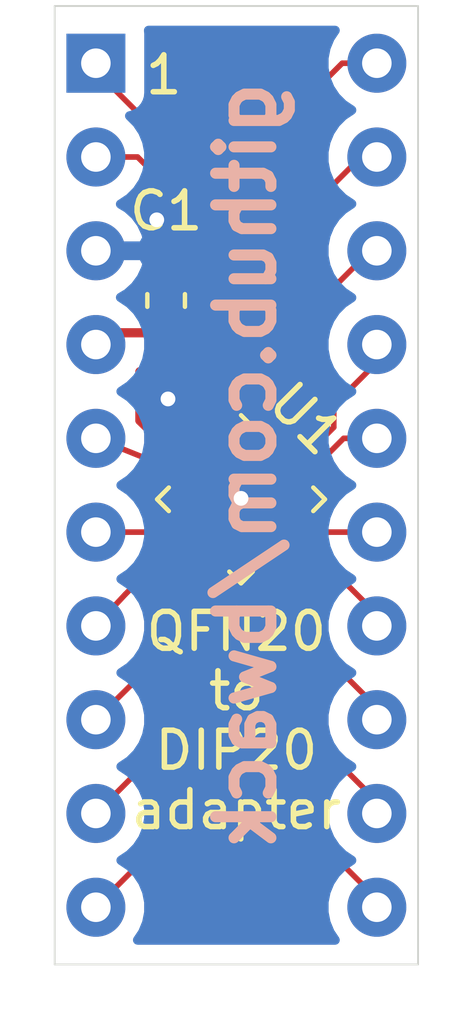
<source format=kicad_pcb>
(kicad_pcb (version 20171130) (host pcbnew 5.1.5+dfsg1-2build2)

  (general
    (thickness 1.6)
    (drawings 7)
    (tracks 80)
    (zones 0)
    (modules 3)
    (nets 21)
  )

  (page A4)
  (layers
    (0 F.Cu signal)
    (31 B.Cu signal)
    (32 B.Adhes user)
    (33 F.Adhes user)
    (34 B.Paste user)
    (35 F.Paste user)
    (36 B.SilkS user)
    (37 F.SilkS user)
    (38 B.Mask user)
    (39 F.Mask user)
    (40 Dwgs.User user)
    (41 Cmts.User user)
    (42 Eco1.User user)
    (43 Eco2.User user)
    (44 Edge.Cuts user)
    (45 Margin user)
    (46 B.CrtYd user)
    (47 F.CrtYd user)
    (48 B.Fab user)
    (49 F.Fab user)
  )

  (setup
    (last_trace_width 0.25)
    (user_trace_width 0.1524)
    (user_trace_width 0.5588)
    (trace_clearance 0.2)
    (zone_clearance 0.25)
    (zone_45_only no)
    (trace_min 0.1524)
    (via_size 0.8)
    (via_drill 0.4)
    (via_min_size 0.4)
    (via_min_drill 0.3)
    (user_via 1.5 1)
    (uvia_size 0.3)
    (uvia_drill 0.1)
    (uvias_allowed no)
    (uvia_min_size 0.2)
    (uvia_min_drill 0.1)
    (edge_width 0.05)
    (segment_width 0.2)
    (pcb_text_width 0.3)
    (pcb_text_size 1.5 1.5)
    (mod_edge_width 0.12)
    (mod_text_size 1 1)
    (mod_text_width 0.15)
    (pad_size 1.524 1.524)
    (pad_drill 0.762)
    (pad_to_mask_clearance 0.051)
    (solder_mask_min_width 0.25)
    (aux_axis_origin 0 0)
    (visible_elements FFFFFF7F)
    (pcbplotparams
      (layerselection 0x010fc_ffffffff)
      (usegerberextensions false)
      (usegerberattributes false)
      (usegerberadvancedattributes false)
      (creategerberjobfile false)
      (excludeedgelayer true)
      (linewidth 0.100000)
      (plotframeref false)
      (viasonmask false)
      (mode 1)
      (useauxorigin false)
      (hpglpennumber 1)
      (hpglpenspeed 20)
      (hpglpendiameter 15.000000)
      (psnegative false)
      (psa4output false)
      (plotreference true)
      (plotvalue true)
      (plotinvisibletext false)
      (padsonsilk false)
      (subtractmaskfromsilk false)
      (outputformat 1)
      (mirror false)
      (drillshape 0)
      (scaleselection 1)
      (outputdirectory "gerber"))
  )

  (net 0 "")
  (net 1 +5V)
  (net 2 GND)
  (net 3 /PA2)
  (net 4 /PA3)
  (net 5 /PA4)
  (net 6 /PA5)
  (net 7 /PA6)
  (net 8 /PA7)
  (net 9 /PB5)
  (net 10 /PB4)
  (net 11 /PB3)
  (net 12 /PB2)
  (net 13 /PB1)
  (net 14 /PB0)
  (net 15 /PC0)
  (net 16 /PC1)
  (net 17 /PC2)
  (net 18 /PC3)
  (net 19 /PA0)
  (net 20 /PA1)

  (net_class Default "This is the default net class."
    (clearance 0.2)
    (trace_width 0.25)
    (via_dia 0.8)
    (via_drill 0.4)
    (uvia_dia 0.3)
    (uvia_drill 0.1)
    (add_net +5V)
    (add_net /PA0)
    (add_net /PA1)
    (add_net /PA2)
    (add_net /PA3)
    (add_net /PA4)
    (add_net /PA5)
    (add_net /PA6)
    (add_net /PA7)
    (add_net /PB0)
    (add_net /PB1)
    (add_net /PB2)
    (add_net /PB3)
    (add_net /PB4)
    (add_net /PB5)
    (add_net /PC0)
    (add_net /PC1)
    (add_net /PC2)
    (add_net /PC3)
    (add_net GND)
  )

  (module Package_DIP:DIP-20_W7.62mm (layer F.Cu) (tedit 5F9FEDE8) (tstamp 5F9FF141)
    (at 124.968 73.279)
    (descr "20-lead though-hole mounted DIP package, row spacing 7.62 mm (300 mils)")
    (tags "THT DIP DIL PDIP 2.54mm 7.62mm 300mil")
    (path /5FA126C4)
    (fp_text reference U2 (at 3.81 -2.33) (layer F.SilkS) hide
      (effects (font (size 1 1) (thickness 0.15)))
    )
    (fp_text value pdip-pinheaders (at 3.81 25.19) (layer F.Fab)
      (effects (font (size 1 1) (thickness 0.15)))
    )
    (fp_text user %R (at 3.81 11.43) (layer F.Fab)
      (effects (font (size 1 1) (thickness 0.15)))
    )
    (fp_line (start 8.7 -1.55) (end -1.1 -1.55) (layer F.CrtYd) (width 0.05))
    (fp_line (start 8.7 24.4) (end 8.7 -1.55) (layer F.CrtYd) (width 0.05))
    (fp_line (start -1.1 24.4) (end 8.7 24.4) (layer F.CrtYd) (width 0.05))
    (fp_line (start -1.1 -1.55) (end -1.1 24.4) (layer F.CrtYd) (width 0.05))
    (fp_line (start 0.635 -0.27) (end 1.635 -1.27) (layer F.Fab) (width 0.1))
    (fp_line (start 0.635 24.13) (end 0.635 -0.27) (layer F.Fab) (width 0.1))
    (fp_line (start 6.985 24.13) (end 0.635 24.13) (layer F.Fab) (width 0.1))
    (fp_line (start 6.985 -1.27) (end 6.985 24.13) (layer F.Fab) (width 0.1))
    (fp_line (start 1.635 -1.27) (end 6.985 -1.27) (layer F.Fab) (width 0.1))
    (pad 20 thru_hole oval (at 7.62 0) (size 1.6 1.6) (drill 0.8) (layers *.Cu *.Mask)
      (net 20 /PA1))
    (pad 10 thru_hole oval (at 0 22.86) (size 1.6 1.6) (drill 0.8) (layers *.Cu *.Mask)
      (net 10 /PB4))
    (pad 19 thru_hole oval (at 7.62 2.54) (size 1.6 1.6) (drill 0.8) (layers *.Cu *.Mask)
      (net 19 /PA0))
    (pad 9 thru_hole oval (at 0 20.32) (size 1.6 1.6) (drill 0.8) (layers *.Cu *.Mask)
      (net 9 /PB5))
    (pad 18 thru_hole oval (at 7.62 5.08) (size 1.6 1.6) (drill 0.8) (layers *.Cu *.Mask)
      (net 18 /PC3))
    (pad 8 thru_hole oval (at 0 17.78) (size 1.6 1.6) (drill 0.8) (layers *.Cu *.Mask)
      (net 8 /PA7))
    (pad 17 thru_hole oval (at 7.62 7.62) (size 1.6 1.6) (drill 0.8) (layers *.Cu *.Mask)
      (net 17 /PC2))
    (pad 7 thru_hole oval (at 0 15.24) (size 1.6 1.6) (drill 0.8) (layers *.Cu *.Mask)
      (net 7 /PA6))
    (pad 16 thru_hole oval (at 7.62 10.16) (size 1.6 1.6) (drill 0.8) (layers *.Cu *.Mask)
      (net 16 /PC1))
    (pad 6 thru_hole oval (at 0 12.7) (size 1.6 1.6) (drill 0.8) (layers *.Cu *.Mask)
      (net 6 /PA5))
    (pad 15 thru_hole oval (at 7.62 12.7) (size 1.6 1.6) (drill 0.8) (layers *.Cu *.Mask)
      (net 15 /PC0))
    (pad 5 thru_hole oval (at 0 10.16) (size 1.6 1.6) (drill 0.8) (layers *.Cu *.Mask)
      (net 5 /PA4))
    (pad 14 thru_hole oval (at 7.62 15.24) (size 1.6 1.6) (drill 0.8) (layers *.Cu *.Mask)
      (net 14 /PB0))
    (pad 4 thru_hole oval (at 0 7.62) (size 1.6 1.6) (drill 0.8) (layers *.Cu *.Mask)
      (net 1 +5V))
    (pad 13 thru_hole oval (at 7.62 17.78) (size 1.6 1.6) (drill 0.8) (layers *.Cu *.Mask)
      (net 13 /PB1))
    (pad 3 thru_hole oval (at 0 5.08) (size 1.6 1.6) (drill 0.8) (layers *.Cu *.Mask)
      (net 2 GND))
    (pad 12 thru_hole oval (at 7.62 20.32) (size 1.6 1.6) (drill 0.8) (layers *.Cu *.Mask)
      (net 12 /PB2))
    (pad 2 thru_hole oval (at 0 2.54) (size 1.6 1.6) (drill 0.8) (layers *.Cu *.Mask)
      (net 4 /PA3))
    (pad 11 thru_hole oval (at 7.62 22.86) (size 1.6 1.6) (drill 0.8) (layers *.Cu *.Mask)
      (net 11 /PB3))
    (pad 1 thru_hole rect (at 0 0) (size 1.6 1.6) (drill 0.8) (layers *.Cu *.Mask)
      (net 3 /PA2))
  )

  (module Capacitor_SMD:C_0603_1608Metric_Pad1.05x0.95mm_HandSolder (layer F.Cu) (tedit 5B301BBE) (tstamp 5F90F268)
    (at 126.873 79.7052 90)
    (descr "Capacitor SMD 0603 (1608 Metric), square (rectangular) end terminal, IPC_7351 nominal with elongated pad for handsoldering. (Body size source: http://www.tortai-tech.com/upload/download/2011102023233369053.pdf), generated with kicad-footprint-generator")
    (tags "capacitor handsolder")
    (path /5F91FDD0)
    (attr smd)
    (fp_text reference C1 (at 2.424669 0) (layer F.SilkS)
      (effects (font (size 1 1) (thickness 0.15)))
    )
    (fp_text value 100nF (at 0 1.43 90) (layer F.Fab)
      (effects (font (size 1 1) (thickness 0.15)))
    )
    (fp_text user %R (at 0 0 90) (layer F.Fab)
      (effects (font (size 0.4 0.4) (thickness 0.06)))
    )
    (fp_line (start 1.65 0.73) (end -1.65 0.73) (layer F.CrtYd) (width 0.05))
    (fp_line (start 1.65 -0.73) (end 1.65 0.73) (layer F.CrtYd) (width 0.05))
    (fp_line (start -1.65 -0.73) (end 1.65 -0.73) (layer F.CrtYd) (width 0.05))
    (fp_line (start -1.65 0.73) (end -1.65 -0.73) (layer F.CrtYd) (width 0.05))
    (fp_line (start -0.171267 0.51) (end 0.171267 0.51) (layer F.SilkS) (width 0.12))
    (fp_line (start -0.171267 -0.51) (end 0.171267 -0.51) (layer F.SilkS) (width 0.12))
    (fp_line (start 0.8 0.4) (end -0.8 0.4) (layer F.Fab) (width 0.1))
    (fp_line (start 0.8 -0.4) (end 0.8 0.4) (layer F.Fab) (width 0.1))
    (fp_line (start -0.8 -0.4) (end 0.8 -0.4) (layer F.Fab) (width 0.1))
    (fp_line (start -0.8 0.4) (end -0.8 -0.4) (layer F.Fab) (width 0.1))
    (pad 2 smd roundrect (at 0.875 0 90) (size 1.05 0.95) (layers F.Cu F.Paste F.Mask) (roundrect_rratio 0.25)
      (net 2 GND))
    (pad 1 smd roundrect (at -0.875 0 90) (size 1.05 0.95) (layers F.Cu F.Paste F.Mask) (roundrect_rratio 0.25)
      (net 1 +5V))
    (model ${KISYS3DMOD}/Capacitor_SMD.3dshapes/C_0603_1608Metric.wrl
      (at (xyz 0 0 0))
      (scale (xyz 1 1 1))
      (rotate (xyz 0 0 0))
    )
  )

  (module Package_DFN_QFN:VQFN-20-1EP_3x3mm_P0.4mm_EP1.7x1.7mm (layer F.Cu) (tedit 5C1BF39E) (tstamp 5F90EB76)
    (at 128.905 85.09 315)
    (descr "VQFN, 20 Pin (http://ww1.microchip.com/downloads/en/DeviceDoc/20%20Lead%20VQFN%203x3x0_9mm_1_7EP%20U2B%20C04-21496a.pdf), generated with kicad-footprint-generator ipc_dfn_qfn_generator.py")
    (tags "VQFN DFN_QFN")
    (path /5F91D1E8)
    (attr smd)
    (fp_text reference U1 (at -0.305329 -2.783879 135) (layer F.SilkS)
      (effects (font (size 1 1) (thickness 0.15)))
    )
    (fp_text value ATtiny1606-M (at 0 2.8 135) (layer F.Fab)
      (effects (font (size 1 1) (thickness 0.15)))
    )
    (fp_line (start 1.16 -1.61) (end 1.61 -1.61) (layer F.SilkS) (width 0.12))
    (fp_line (start 1.61 -1.61) (end 1.61 -1.16) (layer F.SilkS) (width 0.12))
    (fp_line (start -1.16 1.61) (end -1.61 1.61) (layer F.SilkS) (width 0.12))
    (fp_line (start -1.61 1.61) (end -1.61 1.16) (layer F.SilkS) (width 0.12))
    (fp_line (start 1.16 1.61) (end 1.61 1.61) (layer F.SilkS) (width 0.12))
    (fp_line (start 1.61 1.61) (end 1.61 1.16) (layer F.SilkS) (width 0.12))
    (fp_line (start -1.16 -1.61) (end -1.61 -1.61) (layer F.SilkS) (width 0.12))
    (fp_line (start -0.75 -1.5) (end 1.5 -1.5) (layer F.Fab) (width 0.1))
    (fp_line (start 1.5 -1.5) (end 1.5 1.5) (layer F.Fab) (width 0.1))
    (fp_line (start 1.5 1.5) (end -1.5 1.5) (layer F.Fab) (width 0.1))
    (fp_line (start -1.5 1.5) (end -1.5 -0.75) (layer F.Fab) (width 0.1))
    (fp_line (start -1.5 -0.75) (end -0.75 -1.5) (layer F.Fab) (width 0.1))
    (fp_line (start -2.1 -2.1) (end -2.1 2.1) (layer F.CrtYd) (width 0.05))
    (fp_line (start -2.1 2.1) (end 2.1 2.1) (layer F.CrtYd) (width 0.05))
    (fp_line (start 2.1 2.1) (end 2.1 -2.1) (layer F.CrtYd) (width 0.05))
    (fp_line (start 2.1 -2.1) (end -2.1 -2.1) (layer F.CrtYd) (width 0.05))
    (fp_text user %R (at 0 0 135) (layer F.Fab)
      (effects (font (size 0.75 0.75) (thickness 0.11)))
    )
    (pad 21 smd roundrect (at 0 0 315) (size 1.7 1.7) (layers F.Cu F.Mask) (roundrect_rratio 0.147059)
      (net 2 GND))
    (pad "" smd roundrect (at -0.425 -0.425 315) (size 0.69 0.69) (layers F.Paste) (roundrect_rratio 0.25))
    (pad "" smd roundrect (at -0.425 0.425 315) (size 0.69 0.69) (layers F.Paste) (roundrect_rratio 0.25))
    (pad "" smd roundrect (at 0.425 -0.425 315) (size 0.69 0.69) (layers F.Paste) (roundrect_rratio 0.25))
    (pad "" smd roundrect (at 0.425 0.425 315) (size 0.69 0.69) (layers F.Paste) (roundrect_rratio 0.25))
    (pad 1 smd custom (at -1.45 -0.8 315) (size 0.143431 0.143431) (layers F.Cu F.Paste F.Mask)
      (net 3 /PA2)
      (options (clearance outline) (anchor circle))
      (primitives
        (gr_poly (pts
           (xy -0.35 -0.05) (xy 0.299289 -0.05) (xy 0.35 0.000711) (xy 0.35 0.05) (xy -0.35 0.05)
) (width 0.1))
      ))
    (pad 2 smd roundrect (at -1.45 -0.4 315) (size 0.8 0.2) (layers F.Cu F.Paste F.Mask) (roundrect_rratio 0.25)
      (net 4 /PA3))
    (pad 3 smd roundrect (at -1.45 0 315) (size 0.8 0.2) (layers F.Cu F.Paste F.Mask) (roundrect_rratio 0.25)
      (net 2 GND))
    (pad 4 smd roundrect (at -1.45 0.4 315) (size 0.8 0.2) (layers F.Cu F.Paste F.Mask) (roundrect_rratio 0.25)
      (net 1 +5V))
    (pad 5 smd custom (at -1.45 0.8 315) (size 0.143431 0.143431) (layers F.Cu F.Paste F.Mask)
      (net 5 /PA4)
      (options (clearance outline) (anchor circle))
      (primitives
        (gr_poly (pts
           (xy -0.35 -0.05) (xy 0.35 -0.05) (xy 0.35 -0.000711) (xy 0.299289 0.05) (xy -0.35 0.05)
) (width 0.1))
      ))
    (pad 6 smd custom (at -0.8 1.45 315) (size 0.143431 0.143431) (layers F.Cu F.Paste F.Mask)
      (net 6 /PA5)
      (options (clearance outline) (anchor circle))
      (primitives
        (gr_poly (pts
           (xy -0.05 -0.299289) (xy 0.000711 -0.35) (xy 0.05 -0.35) (xy 0.05 0.35) (xy -0.05 0.35)
) (width 0.1))
      ))
    (pad 7 smd roundrect (at -0.4 1.45 315) (size 0.2 0.8) (layers F.Cu F.Paste F.Mask) (roundrect_rratio 0.25)
      (net 7 /PA6))
    (pad 8 smd roundrect (at 0 1.45 315) (size 0.2 0.8) (layers F.Cu F.Paste F.Mask) (roundrect_rratio 0.25)
      (net 8 /PA7))
    (pad 9 smd roundrect (at 0.4 1.45 315) (size 0.2 0.8) (layers F.Cu F.Paste F.Mask) (roundrect_rratio 0.25)
      (net 9 /PB5))
    (pad 10 smd custom (at 0.8 1.45 315) (size 0.143431 0.143431) (layers F.Cu F.Paste F.Mask)
      (net 10 /PB4)
      (options (clearance outline) (anchor circle))
      (primitives
        (gr_poly (pts
           (xy -0.05 -0.35) (xy -0.000711 -0.35) (xy 0.05 -0.299289) (xy 0.05 0.35) (xy -0.05 0.35)
) (width 0.1))
      ))
    (pad 11 smd custom (at 1.45 0.8 315) (size 0.143431 0.143431) (layers F.Cu F.Paste F.Mask)
      (net 11 /PB3)
      (options (clearance outline) (anchor circle))
      (primitives
        (gr_poly (pts
           (xy -0.35 -0.05) (xy 0.35 -0.05) (xy 0.35 0.05) (xy -0.299289 0.05) (xy -0.35 -0.000711)
) (width 0.1))
      ))
    (pad 12 smd roundrect (at 1.45 0.4 315) (size 0.8 0.2) (layers F.Cu F.Paste F.Mask) (roundrect_rratio 0.25)
      (net 12 /PB2))
    (pad 13 smd roundrect (at 1.45 0 315) (size 0.8 0.2) (layers F.Cu F.Paste F.Mask) (roundrect_rratio 0.25)
      (net 13 /PB1))
    (pad 14 smd roundrect (at 1.45 -0.4 315) (size 0.8 0.2) (layers F.Cu F.Paste F.Mask) (roundrect_rratio 0.25)
      (net 14 /PB0))
    (pad 15 smd custom (at 1.45 -0.8 315) (size 0.143431 0.143431) (layers F.Cu F.Paste F.Mask)
      (net 15 /PC0)
      (options (clearance outline) (anchor circle))
      (primitives
        (gr_poly (pts
           (xy -0.35 0.000711) (xy -0.299289 -0.05) (xy 0.35 -0.05) (xy 0.35 0.05) (xy -0.35 0.05)
) (width 0.1))
      ))
    (pad 16 smd custom (at 0.8 -1.45 315) (size 0.143431 0.143431) (layers F.Cu F.Paste F.Mask)
      (net 16 /PC1)
      (options (clearance outline) (anchor circle))
      (primitives
        (gr_poly (pts
           (xy -0.05 -0.35) (xy 0.05 -0.35) (xy 0.05 0.299289) (xy -0.000711 0.35) (xy -0.05 0.35)
) (width 0.1))
      ))
    (pad 17 smd roundrect (at 0.4 -1.45 315) (size 0.2 0.8) (layers F.Cu F.Paste F.Mask) (roundrect_rratio 0.25)
      (net 17 /PC2))
    (pad 18 smd roundrect (at 0 -1.45 315) (size 0.2 0.8) (layers F.Cu F.Paste F.Mask) (roundrect_rratio 0.25)
      (net 18 /PC3))
    (pad 19 smd roundrect (at -0.4 -1.45 315) (size 0.2 0.8) (layers F.Cu F.Paste F.Mask) (roundrect_rratio 0.25)
      (net 19 /PA0))
    (pad 20 smd custom (at -0.8 -1.45 315) (size 0.143431 0.143431) (layers F.Cu F.Paste F.Mask)
      (net 20 /PA1)
      (options (clearance outline) (anchor circle))
      (primitives
        (gr_poly (pts
           (xy -0.05 -0.35) (xy 0.05 -0.35) (xy 0.05 0.35) (xy 0.000711 0.35) (xy -0.05 0.299289)
) (width 0.1))
      ))
    (model ${KISYS3DMOD}/Package_DFN_QFN.3dshapes/VQFN-20-1EP_3x3mm_P0.4mm_EP1.7x1.7mm.wrl
      (at (xyz 0 0 0))
      (scale (xyz 1 1 1))
      (rotate (xyz 0 0 0))
    )
  )

  (gr_text github.com/bwack (at 129.036214 94.742 90) (layer B.SilkS)
    (effects (font (size 1.5 1.5) (thickness 0.3)) (justify right mirror))
  )
  (gr_text 1 (at 126.8095 73.5965) (layer F.SilkS)
    (effects (font (size 1 1) (thickness 0.15)))
  )
  (gr_text "QFN20\nto\nDIP20\nadapter" (at 128.778 91.0844) (layer F.SilkS)
    (effects (font (size 1 1) (thickness 0.15)))
  )
  (gr_line (start 123.8504 97.6884) (end 123.8504 71.7296) (layer Edge.Cuts) (width 0.05) (tstamp 5F90F63E))
  (gr_line (start 133.7056 97.6884) (end 123.8504 97.6884) (layer Edge.Cuts) (width 0.05))
  (gr_line (start 133.7056 71.7296) (end 133.7056 97.6884) (layer Edge.Cuts) (width 0.05))
  (gr_line (start 123.8504 71.7296) (end 133.7056 71.7296) (layer Edge.Cuts) (width 0.05))

  (segment (start 125.2868 80.5802) (end 124.968 80.899) (width 0.25) (layer F.Cu) (net 1))
  (segment (start 126.873 80.5802) (end 125.2868 80.5802) (width 0.25) (layer F.Cu) (net 1))
  (segment (start 127.0508 83.82) (end 127.596852 84.347538) (width 0.1524) (layer F.Cu) (net 1))
  (segment (start 126.1618 82.9564) (end 127.0508 83.82) (width 0.25) (layer F.Cu) (net 1))
  (segment (start 126.1618 81.6356) (end 126.1618 82.9564) (width 0.25) (layer F.Cu) (net 1))
  (segment (start 126.873 81.28) (end 126.1618 81.6356) (width 0.25) (layer F.Cu) (net 1))
  (segment (start 126.873 80.5802) (end 126.873 81.28) (width 0.25) (layer F.Cu) (net 1))
  (via (at 128.905 85.0646) (size 0.8) (drill 0.4) (layers F.Cu B.Cu) (net 2))
  (via (at 126.619 77.5208) (size 0.8) (drill 0.4) (layers F.Cu B.Cu) (net 2))
  (segment (start 126.873 78.8302) (end 126.873 77.7748) (width 0.25) (layer F.Cu) (net 2))
  (segment (start 126.873 77.7748) (end 126.619 77.5208) (width 0.25) (layer F.Cu) (net 2))
  (segment (start 127.304799 83.489799) (end 127.879695 84.064695) (width 0.1524) (layer F.Cu) (net 2))
  (segment (start 127.304799 83.184999) (end 127.304799 83.489799) (width 0.1524) (layer F.Cu) (net 2))
  (segment (start 126.9238 82.3722) (end 127.304799 83.184999) (width 0.1524) (layer F.Cu) (net 2))
  (via (at 126.9238 82.3722) (size 0.8) (drill 0.4) (layers F.Cu B.Cu) (net 2))
  (segment (start 124.968 73.279) (end 124.968 73.4822) (width 0.1524) (layer F.Cu) (net 3))
  (segment (start 124.968 73.4822) (end 128.6002 77.1144) (width 0.1524) (layer F.Cu) (net 3))
  (segment (start 128.6002 77.1144) (end 128.6002 81.6864) (width 0.1524) (layer F.Cu) (net 3))
  (segment (start 128.6002 81.6864) (end 128.00962 82.27698) (width 0.1524) (layer F.Cu) (net 3))
  (segment (start 128.00962 83.063249) (end 128.445381 83.49901) (width 0.1524) (layer F.Cu) (net 3))
  (segment (start 128.00962 82.27698) (end 128.00962 83.063249) (width 0.1524) (layer F.Cu) (net 3))
  (segment (start 128.162538 83.748211) (end 128.162538 83.781852) (width 0.1524) (layer F.Cu) (net 4))
  (segment (start 127.7366 83.3628) (end 128.162538 83.748211) (width 0.1524) (layer F.Cu) (net 4))
  (segment (start 127.6604 83.2612) (end 127.7366 83.3628) (width 0.1524) (layer F.Cu) (net 4))
  (segment (start 128.1684 81.53081) (end 127.65721 82.042) (width 0.1524) (layer F.Cu) (net 4))
  (segment (start 127.65721 83.209222) (end 127.6604 83.2612) (width 0.1524) (layer F.Cu) (net 4))
  (segment (start 127.65721 82.042) (end 127.65721 83.209222) (width 0.1524) (layer F.Cu) (net 4))
  (segment (start 126.09937 75.819) (end 128.1684 77.88803) (width 0.1524) (layer F.Cu) (net 4))
  (segment (start 128.1684 77.88803) (end 128.1684 81.53081) (width 0.1524) (layer F.Cu) (net 4))
  (segment (start 124.968 75.819) (end 126.09937 75.819) (width 0.1524) (layer F.Cu) (net 4))
  (segment (start 126.873 84.201) (end 127.31401 84.630381) (width 0.1524) (layer F.Cu) (net 5))
  (segment (start 124.968 83.439) (end 126.873 84.201) (width 0.1524) (layer F.Cu) (net 5))
  (segment (start 126.884629 85.979) (end 127.31401 85.549619) (width 0.1524) (layer F.Cu) (net 6))
  (segment (start 124.968 85.979) (end 126.884629 85.979) (width 0.1524) (layer F.Cu) (net 6))
  (segment (start 125.767999 87.661315) (end 127.596852 85.832462) (width 0.1524) (layer F.Cu) (net 7))
  (segment (start 124.968 88.519) (end 125.767999 87.661315) (width 0.1524) (layer F.Cu) (net 7))
  (segment (start 127.1016 86.9188) (end 127.879695 86.115305) (width 0.1524) (layer F.Cu) (net 8))
  (segment (start 126.6444 87.376) (end 127.1016 86.9188) (width 0.1524) (layer F.Cu) (net 8))
  (segment (start 126.619 89.4334) (end 126.6444 87.376) (width 0.1524) (layer F.Cu) (net 8))
  (segment (start 124.968 91.059) (end 126.619 89.4334) (width 0.1524) (layer F.Cu) (net 8))
  (segment (start 128.162538 86.398148) (end 127.2032 87.357486) (width 0.1524) (layer F.Cu) (net 9))
  (segment (start 127.2032 91.3638) (end 124.968 93.599) (width 0.1524) (layer F.Cu) (net 9))
  (segment (start 127.2032 87.357486) (end 127.2032 91.3638) (width 0.1524) (layer F.Cu) (net 9))
  (segment (start 127.8128 87.313571) (end 128.445381 86.68099) (width 0.1524) (layer F.Cu) (net 10))
  (segment (start 127.8128 93.2942) (end 127.8128 87.313571) (width 0.1524) (layer F.Cu) (net 10))
  (segment (start 124.968 96.139) (end 127.8128 93.2942) (width 0.1524) (layer F.Cu) (net 10))
  (segment (start 132.588 96.139) (end 132.588 95.9104) (width 0.1524) (layer F.Cu) (net 11))
  (segment (start 132.588 95.9104) (end 129.9972 93.3196) (width 0.1524) (layer F.Cu) (net 11))
  (segment (start 129.9972 87.313571) (end 129.364619 86.68099) (width 0.1524) (layer F.Cu) (net 11))
  (segment (start 129.9972 93.3196) (end 129.9972 87.313571) (width 0.1524) (layer F.Cu) (net 11))
  (segment (start 132.588 93.599) (end 132.588 93.2688) (width 0.1524) (layer F.Cu) (net 12))
  (segment (start 132.588 93.2688) (end 130.556 91.2368) (width 0.1524) (layer F.Cu) (net 12))
  (segment (start 130.556 87.306686) (end 129.647462 86.398148) (width 0.1524) (layer F.Cu) (net 12))
  (segment (start 130.556 91.2368) (end 130.556 87.306686) (width 0.1524) (layer F.Cu) (net 12))
  (segment (start 132.588 91.059) (end 132.588 90.7288) (width 0.1524) (layer F.Cu) (net 13))
  (segment (start 132.588 90.7288) (end 131.064 89.2048) (width 0.1524) (layer F.Cu) (net 13))
  (segment (start 131.064 87.249) (end 129.930305 86.115305) (width 0.1524) (layer F.Cu) (net 13))
  (segment (start 131.064 89.2048) (end 131.064 87.249) (width 0.1524) (layer F.Cu) (net 13))
  (segment (start 132.588 88.207314) (end 130.213148 85.832462) (width 0.1524) (layer F.Cu) (net 14))
  (segment (start 132.588 88.519) (end 132.588 88.207314) (width 0.1524) (layer F.Cu) (net 14))
  (segment (start 130.925371 85.979) (end 130.49599 85.549619) (width 0.1524) (layer F.Cu) (net 15))
  (segment (start 132.588 85.979) (end 130.925371 85.979) (width 0.1524) (layer F.Cu) (net 15))
  (segment (start 131.687371 83.439) (end 130.49599 84.630381) (width 0.1524) (layer F.Cu) (net 16))
  (segment (start 132.588 83.439) (end 131.687371 83.439) (width 0.1524) (layer F.Cu) (net 16))
  (segment (start 132.588 80.899) (end 132.588 81.3816) (width 0.1524) (layer F.Cu) (net 17))
  (segment (start 132.588 81.3816) (end 131.4196 82.55) (width 0.1524) (layer F.Cu) (net 17))
  (segment (start 131.4196 83.141086) (end 130.213148 84.347538) (width 0.1524) (layer F.Cu) (net 17))
  (segment (start 131.4196 82.55) (end 131.4196 83.141086) (width 0.1524) (layer F.Cu) (net 17))
  (segment (start 132.588 78.359) (end 132.4102 78.359) (width 0.1524) (layer F.Cu) (net 18))
  (segment (start 132.4102 78.359) (end 131.064 79.7052) (width 0.1524) (layer F.Cu) (net 18))
  (segment (start 131.064 82.931) (end 129.930305 84.064695) (width 0.1524) (layer F.Cu) (net 18))
  (segment (start 131.064 79.7052) (end 131.064 82.931) (width 0.1524) (layer F.Cu) (net 18))
  (segment (start 132.588 75.819) (end 132.1562 75.819) (width 0.1524) (layer F.Cu) (net 19))
  (segment (start 132.1562 75.819) (end 130.7084 77.2668) (width 0.1524) (layer F.Cu) (net 19))
  (segment (start 130.7084 82.720914) (end 129.647462 83.781852) (width 0.1524) (layer F.Cu) (net 19))
  (segment (start 130.7084 77.2668) (end 130.7084 82.720914) (width 0.1524) (layer F.Cu) (net 19))
  (segment (start 132.588 73.279) (end 131.6482 73.279) (width 0.1524) (layer F.Cu) (net 20))
  (segment (start 131.6482 73.279) (end 130.2512 74.676) (width 0.1524) (layer F.Cu) (net 20))
  (segment (start 130.2512 82.612429) (end 129.364619 83.49901) (width 0.1524) (layer F.Cu) (net 20))
  (segment (start 130.2512 74.676) (end 130.2512 82.612429) (width 0.1524) (layer F.Cu) (net 20))

  (zone (net 2) (net_name GND) (layer B.Cu) (tstamp 5F916676) (hatch edge 0.508)
    (connect_pads (clearance 0.508))
    (min_thickness 0.254)
    (fill yes (arc_segments 32) (thermal_gap 0.508) (thermal_bridge_width 0.508))
    (polygon
      (pts
        (xy 134.110621 97.800369) (xy 123.704332 97.824635) (xy 123.590069 71.644165) (xy 133.858 71.566831)
      )
    )
    (filled_polygon
      (pts
        (xy 131.31632 72.599273) (xy 131.208147 72.860426) (xy 131.153 73.137665) (xy 131.153 73.420335) (xy 131.208147 73.697574)
        (xy 131.31632 73.958727) (xy 131.473363 74.193759) (xy 131.673241 74.393637) (xy 131.905759 74.549) (xy 131.673241 74.704363)
        (xy 131.473363 74.904241) (xy 131.31632 75.139273) (xy 131.208147 75.400426) (xy 131.153 75.677665) (xy 131.153 75.960335)
        (xy 131.208147 76.237574) (xy 131.31632 76.498727) (xy 131.473363 76.733759) (xy 131.673241 76.933637) (xy 131.905759 77.089)
        (xy 131.673241 77.244363) (xy 131.473363 77.444241) (xy 131.31632 77.679273) (xy 131.208147 77.940426) (xy 131.153 78.217665)
        (xy 131.153 78.500335) (xy 131.208147 78.777574) (xy 131.31632 79.038727) (xy 131.473363 79.273759) (xy 131.673241 79.473637)
        (xy 131.905759 79.629) (xy 131.673241 79.784363) (xy 131.473363 79.984241) (xy 131.31632 80.219273) (xy 131.208147 80.480426)
        (xy 131.153 80.757665) (xy 131.153 81.040335) (xy 131.208147 81.317574) (xy 131.31632 81.578727) (xy 131.473363 81.813759)
        (xy 131.673241 82.013637) (xy 131.905759 82.169) (xy 131.673241 82.324363) (xy 131.473363 82.524241) (xy 131.31632 82.759273)
        (xy 131.208147 83.020426) (xy 131.153 83.297665) (xy 131.153 83.580335) (xy 131.208147 83.857574) (xy 131.31632 84.118727)
        (xy 131.473363 84.353759) (xy 131.673241 84.553637) (xy 131.905759 84.709) (xy 131.673241 84.864363) (xy 131.473363 85.064241)
        (xy 131.31632 85.299273) (xy 131.208147 85.560426) (xy 131.153 85.837665) (xy 131.153 86.120335) (xy 131.208147 86.397574)
        (xy 131.31632 86.658727) (xy 131.473363 86.893759) (xy 131.673241 87.093637) (xy 131.905759 87.249) (xy 131.673241 87.404363)
        (xy 131.473363 87.604241) (xy 131.31632 87.839273) (xy 131.208147 88.100426) (xy 131.153 88.377665) (xy 131.153 88.660335)
        (xy 131.208147 88.937574) (xy 131.31632 89.198727) (xy 131.473363 89.433759) (xy 131.673241 89.633637) (xy 131.905759 89.789)
        (xy 131.673241 89.944363) (xy 131.473363 90.144241) (xy 131.31632 90.379273) (xy 131.208147 90.640426) (xy 131.153 90.917665)
        (xy 131.153 91.200335) (xy 131.208147 91.477574) (xy 131.31632 91.738727) (xy 131.473363 91.973759) (xy 131.673241 92.173637)
        (xy 131.905759 92.329) (xy 131.673241 92.484363) (xy 131.473363 92.684241) (xy 131.31632 92.919273) (xy 131.208147 93.180426)
        (xy 131.153 93.457665) (xy 131.153 93.740335) (xy 131.208147 94.017574) (xy 131.31632 94.278727) (xy 131.473363 94.513759)
        (xy 131.673241 94.713637) (xy 131.905759 94.869) (xy 131.673241 95.024363) (xy 131.473363 95.224241) (xy 131.31632 95.459273)
        (xy 131.208147 95.720426) (xy 131.153 95.997665) (xy 131.153 96.280335) (xy 131.208147 96.557574) (xy 131.31632 96.818727)
        (xy 131.456419 97.0284) (xy 126.099581 97.0284) (xy 126.23968 96.818727) (xy 126.347853 96.557574) (xy 126.403 96.280335)
        (xy 126.403 95.997665) (xy 126.347853 95.720426) (xy 126.23968 95.459273) (xy 126.082637 95.224241) (xy 125.882759 95.024363)
        (xy 125.650241 94.869) (xy 125.882759 94.713637) (xy 126.082637 94.513759) (xy 126.23968 94.278727) (xy 126.347853 94.017574)
        (xy 126.403 93.740335) (xy 126.403 93.457665) (xy 126.347853 93.180426) (xy 126.23968 92.919273) (xy 126.082637 92.684241)
        (xy 125.882759 92.484363) (xy 125.650241 92.329) (xy 125.882759 92.173637) (xy 126.082637 91.973759) (xy 126.23968 91.738727)
        (xy 126.347853 91.477574) (xy 126.403 91.200335) (xy 126.403 90.917665) (xy 126.347853 90.640426) (xy 126.23968 90.379273)
        (xy 126.082637 90.144241) (xy 125.882759 89.944363) (xy 125.650241 89.789) (xy 125.882759 89.633637) (xy 126.082637 89.433759)
        (xy 126.23968 89.198727) (xy 126.347853 88.937574) (xy 126.403 88.660335) (xy 126.403 88.377665) (xy 126.347853 88.100426)
        (xy 126.23968 87.839273) (xy 126.082637 87.604241) (xy 125.882759 87.404363) (xy 125.650241 87.249) (xy 125.882759 87.093637)
        (xy 126.082637 86.893759) (xy 126.23968 86.658727) (xy 126.347853 86.397574) (xy 126.403 86.120335) (xy 126.403 85.837665)
        (xy 126.347853 85.560426) (xy 126.23968 85.299273) (xy 126.082637 85.064241) (xy 125.882759 84.864363) (xy 125.650241 84.709)
        (xy 125.882759 84.553637) (xy 126.082637 84.353759) (xy 126.23968 84.118727) (xy 126.347853 83.857574) (xy 126.403 83.580335)
        (xy 126.403 83.297665) (xy 126.347853 83.020426) (xy 126.23968 82.759273) (xy 126.082637 82.524241) (xy 125.882759 82.324363)
        (xy 125.650241 82.169) (xy 125.882759 82.013637) (xy 126.082637 81.813759) (xy 126.23968 81.578727) (xy 126.347853 81.317574)
        (xy 126.403 81.040335) (xy 126.403 80.757665) (xy 126.347853 80.480426) (xy 126.23968 80.219273) (xy 126.082637 79.984241)
        (xy 125.882759 79.784363) (xy 125.647727 79.62732) (xy 125.637135 79.622933) (xy 125.823131 79.511385) (xy 126.031519 79.322414)
        (xy 126.199037 79.09642) (xy 126.319246 78.842087) (xy 126.359904 78.708039) (xy 126.237915 78.486) (xy 125.095 78.486)
        (xy 125.095 78.506) (xy 124.841 78.506) (xy 124.841 78.486) (xy 124.821 78.486) (xy 124.821 78.232)
        (xy 124.841 78.232) (xy 124.841 78.212) (xy 125.095 78.212) (xy 125.095 78.232) (xy 126.237915 78.232)
        (xy 126.359904 78.009961) (xy 126.319246 77.875913) (xy 126.199037 77.62158) (xy 126.031519 77.395586) (xy 125.823131 77.206615)
        (xy 125.637135 77.095067) (xy 125.647727 77.09068) (xy 125.882759 76.933637) (xy 126.082637 76.733759) (xy 126.23968 76.498727)
        (xy 126.347853 76.237574) (xy 126.403 75.960335) (xy 126.403 75.677665) (xy 126.347853 75.400426) (xy 126.23968 75.139273)
        (xy 126.082637 74.904241) (xy 125.884039 74.705643) (xy 125.892482 74.704812) (xy 126.01218 74.668502) (xy 126.122494 74.609537)
        (xy 126.219185 74.530185) (xy 126.298537 74.433494) (xy 126.357502 74.32318) (xy 126.393812 74.203482) (xy 126.406072 74.079)
        (xy 126.406072 72.479) (xy 126.397267 72.3896) (xy 131.456419 72.3896)
      )
    )
  )
)

</source>
